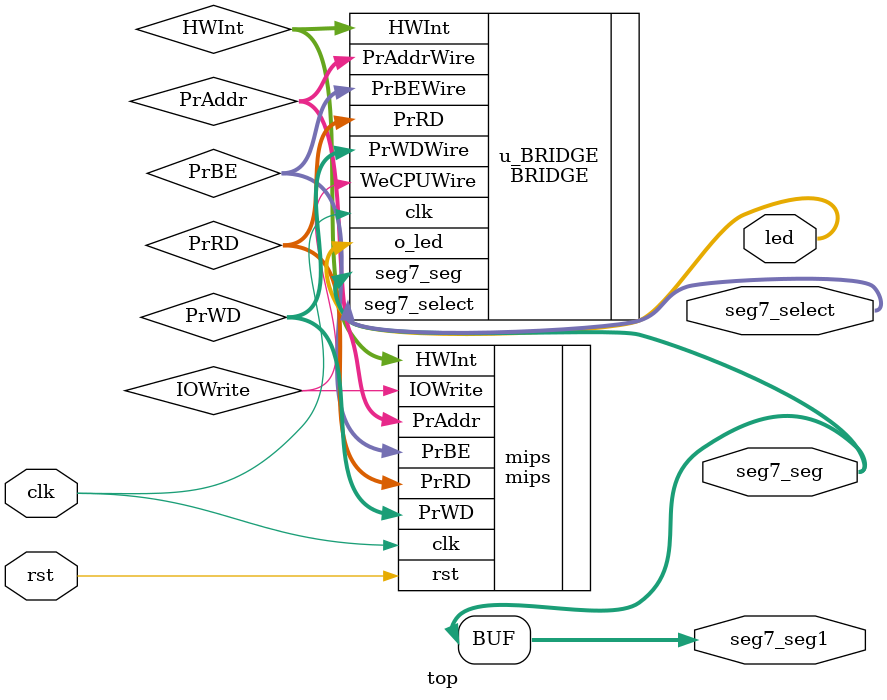
<source format=v>
`timescale 1ns / 1ps


module top(
    input clk,
    input rst,
    output [7:0]led,
    output [7:0]seg7_seg,
    output [7:0]seg7_seg1,
    output [7:0]seg7_select
    );
    wire [31:2]PrAddr;
    wire [31:0]PrRD,PrWD;
    wire [3:0]PrBE;
    wire [7:2]HWInt;
    wire IOWrite;
    mips mips(
        .clk(clk),
        .rst(rst),
        .PrAddr(PrAddr),
        .PrRD(PrRD),
        .PrWD(PrWD),
        .PrBE(PrBE),
        .IOWrite(IOWrite),
        .HWInt(HWInt)
    );

    BRIDGE u_BRIDGE(
        .clk    	( clk     ),
        .PrAddrWire 	( PrAddr  ),
        .PrRD   	( PrRD    ),
        .PrWDWire   	( PrWD    ),
        .PrBEWire       ( PrBE    ),
        .WeCPUWire  	( IOWrite   ),
        .HWInt      ( HWInt ),
        .o_led (led),
        .seg7_seg(seg7_seg),
        .seg7_select(seg7_select)
    );
    assign seg7_seg1=seg7_seg;
endmodule

</source>
